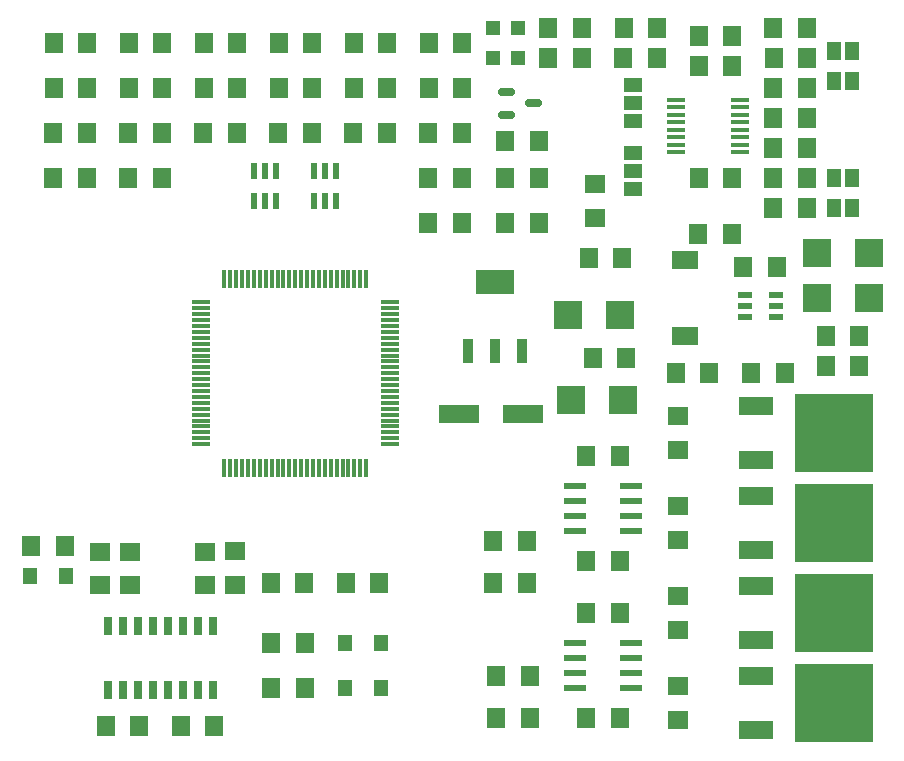
<source format=gbr>
G04 EAGLE Gerber X2 export*
%TF.Part,Single*%
%TF.FileFunction,Paste,Top*%
%TF.FilePolarity,Positive*%
%TF.GenerationSoftware,Autodesk,EAGLE,8.7.1*%
%TF.CreationDate,2018-04-19T12:08:15Z*%
G75*
%MOMM*%
%FSLAX34Y34*%
%LPD*%
%AMOC8*
5,1,8,0,0,1.08239X$1,22.5*%
G01*
%ADD10R,1.600000X1.800000*%
%ADD11R,1.800000X1.600000*%
%ADD12R,1.200000X1.400000*%
%ADD13R,1.500000X0.350000*%
%ADD14R,0.350000X1.500000*%
%ADD15R,1.981200X0.558800*%
%ADD16R,1.600000X1.803000*%
%ADD17R,1.803000X1.600000*%
%ADD18R,0.635000X1.524000*%
%ADD19R,3.000000X1.600000*%
%ADD20R,6.700000X6.700000*%
%ADD21R,0.558800X1.320800*%
%ADD22C,0.650000*%
%ADD23R,1.500000X0.450000*%
%ADD24R,1.168400X1.600200*%
%ADD25R,1.600200X1.168400*%
%ADD26R,1.200000X1.200000*%
%ADD27R,1.200000X0.550000*%
%ADD28R,2.200000X1.600000*%
%ADD29R,2.400000X2.400000*%
%ADD30R,0.950000X2.150000*%
%ADD31R,3.250000X2.150000*%
%ADD32R,3.500000X1.600000*%


D10*
X367000Y609600D03*
X395000Y609600D03*
X240000Y571500D03*
X268000Y571500D03*
X303500Y609600D03*
X331500Y609600D03*
X303500Y571500D03*
X331500Y571500D03*
X121950Y31750D03*
X93950Y31750D03*
X325150Y152400D03*
X297150Y152400D03*
X233650Y152400D03*
X261650Y152400D03*
D11*
X177800Y179100D03*
X177800Y151100D03*
X88900Y151100D03*
X88900Y179100D03*
X114300Y151100D03*
X114300Y179100D03*
D10*
X367000Y571500D03*
X395000Y571500D03*
X185450Y31750D03*
X157450Y31750D03*
X176500Y609600D03*
X204500Y609600D03*
X176500Y571500D03*
X204500Y571500D03*
X49500Y609600D03*
X77500Y609600D03*
X49500Y571500D03*
X77500Y571500D03*
X113000Y609600D03*
X141000Y609600D03*
X113000Y571500D03*
X141000Y571500D03*
X240000Y609600D03*
X268000Y609600D03*
D12*
X326150Y101600D03*
X296150Y101600D03*
X326150Y63500D03*
X296150Y63500D03*
D13*
X174000Y390200D03*
X174000Y385200D03*
X174000Y380200D03*
X174000Y375200D03*
X174000Y370200D03*
X174000Y365200D03*
X174000Y360200D03*
X174000Y355200D03*
X174000Y350200D03*
X174000Y345200D03*
X174000Y340200D03*
X174000Y335200D03*
X174000Y330200D03*
X174000Y325200D03*
X174000Y320200D03*
X174000Y315200D03*
X174000Y310200D03*
X174000Y305200D03*
X174000Y300200D03*
X174000Y295200D03*
X174000Y290200D03*
X174000Y285200D03*
X174000Y280200D03*
X174000Y275200D03*
X174000Y270200D03*
D14*
X194000Y250200D03*
X199000Y250200D03*
X204000Y250200D03*
X209000Y250200D03*
X214000Y250200D03*
X219000Y250200D03*
X224000Y250200D03*
X229000Y250200D03*
X234000Y250200D03*
X239000Y250200D03*
X244000Y250200D03*
X249000Y250200D03*
X254000Y250200D03*
X259000Y250200D03*
X264000Y250200D03*
X269000Y250200D03*
X274000Y250200D03*
X279000Y250200D03*
X284000Y250200D03*
X289000Y250200D03*
X294000Y250200D03*
X299000Y250200D03*
X304000Y250200D03*
X309000Y250200D03*
X314000Y250200D03*
D13*
X334000Y270200D03*
X334000Y275200D03*
X334000Y280200D03*
X334000Y285200D03*
X334000Y290200D03*
X334000Y295200D03*
X334000Y300200D03*
X334000Y305200D03*
X334000Y310200D03*
X334000Y315200D03*
X334000Y320200D03*
X334000Y325200D03*
X334000Y330200D03*
X334000Y335200D03*
X334000Y340200D03*
X334000Y345200D03*
X334000Y350200D03*
X334000Y355200D03*
X334000Y360200D03*
X334000Y365200D03*
X334000Y370200D03*
X334000Y375200D03*
X334000Y380200D03*
X334000Y385200D03*
X334000Y390200D03*
D14*
X314000Y410200D03*
X309000Y410200D03*
X304000Y410200D03*
X299000Y410200D03*
X294000Y410200D03*
X289000Y410200D03*
X284000Y410200D03*
X279000Y410200D03*
X274000Y410200D03*
X269000Y410200D03*
X264000Y410200D03*
X259000Y410200D03*
X254000Y410200D03*
X249000Y410200D03*
X244000Y410200D03*
X239000Y410200D03*
X234000Y410200D03*
X229000Y410200D03*
X224000Y410200D03*
X219000Y410200D03*
X214000Y410200D03*
X209000Y410200D03*
X204000Y410200D03*
X199000Y410200D03*
X194000Y410200D03*
D15*
X490728Y234950D03*
X490728Y222250D03*
X490728Y209550D03*
X490728Y196850D03*
X537972Y196850D03*
X537972Y209550D03*
X537972Y222250D03*
X537972Y234950D03*
X490728Y101600D03*
X490728Y88900D03*
X490728Y76200D03*
X490728Y63500D03*
X537972Y63500D03*
X537972Y76200D03*
X537972Y88900D03*
X537972Y101600D03*
D16*
X233430Y63500D03*
X261870Y63500D03*
X449830Y187960D03*
X421390Y187960D03*
X528570Y260350D03*
X500130Y260350D03*
X500130Y171450D03*
X528570Y171450D03*
X449830Y152400D03*
X421390Y152400D03*
X452370Y73660D03*
X423930Y73660D03*
X528570Y127000D03*
X500130Y127000D03*
X500130Y38100D03*
X528570Y38100D03*
X452370Y38100D03*
X423930Y38100D03*
D17*
X203200Y179320D03*
X203200Y150880D03*
D16*
X395220Y533400D03*
X366780Y533400D03*
X204720Y533400D03*
X176280Y533400D03*
X77720Y533400D03*
X49280Y533400D03*
X141220Y533400D03*
X112780Y533400D03*
X268220Y533400D03*
X239780Y533400D03*
X331720Y533400D03*
X303280Y533400D03*
X112780Y495300D03*
X141220Y495300D03*
X77720Y495300D03*
X49280Y495300D03*
X395220Y495300D03*
X366780Y495300D03*
X366780Y457200D03*
X395220Y457200D03*
X233430Y101600D03*
X261870Y101600D03*
D18*
X171450Y115850D03*
X146050Y61950D03*
X184150Y115850D03*
X158750Y115850D03*
X146050Y115850D03*
X158750Y61950D03*
X133350Y61950D03*
X120650Y61950D03*
X120650Y115850D03*
X95250Y61950D03*
X133350Y115850D03*
X107950Y115850D03*
X107950Y61950D03*
X95250Y115850D03*
X171450Y61950D03*
X184150Y61950D03*
D19*
X643750Y73800D03*
X643750Y27800D03*
D20*
X710250Y50800D03*
D17*
X577850Y65020D03*
X577850Y36580D03*
D19*
X643750Y150000D03*
X643750Y104000D03*
D20*
X710250Y127000D03*
D17*
X577850Y141220D03*
X577850Y112780D03*
D19*
X643750Y226200D03*
X643750Y180200D03*
D20*
X710250Y203200D03*
D17*
X577850Y217420D03*
X577850Y188980D03*
D19*
X643750Y302400D03*
X643750Y256400D03*
D20*
X710250Y279400D03*
D17*
X577850Y293620D03*
X577850Y265180D03*
D21*
X270002Y476250D03*
X279400Y476250D03*
X288798Y476250D03*
X288798Y501650D03*
X279400Y501650D03*
X270002Y501650D03*
X219202Y476250D03*
X228600Y476250D03*
X237998Y476250D03*
X237998Y501650D03*
X228600Y501650D03*
X219202Y501650D03*
D22*
X429250Y568300D02*
X436750Y568300D01*
X436750Y549300D02*
X429250Y549300D01*
X452250Y558800D02*
X459750Y558800D01*
D16*
X431800Y495300D03*
X460240Y495300D03*
X431800Y457200D03*
X460240Y457200D03*
X431800Y527050D03*
X460240Y527050D03*
D23*
X576350Y561975D03*
X576350Y555625D03*
X576350Y549275D03*
X576350Y542925D03*
X576350Y536575D03*
X576350Y530225D03*
X576350Y523875D03*
X576350Y517525D03*
X630150Y517525D03*
X630150Y523875D03*
X630150Y530225D03*
X630150Y536575D03*
X630150Y542925D03*
X630150Y549275D03*
X630150Y555625D03*
X630150Y561975D03*
D10*
X623600Y590550D03*
X595600Y590550D03*
X560100Y622300D03*
X532100Y622300D03*
X623600Y615950D03*
X595600Y615950D03*
X595600Y495300D03*
X623600Y495300D03*
X659100Y596900D03*
X687100Y596900D03*
D24*
X725170Y495300D03*
X709930Y495300D03*
X725170Y577850D03*
X709930Y577850D03*
X725170Y469900D03*
X709930Y469900D03*
X725170Y603250D03*
X709930Y603250D03*
D25*
X539750Y543560D03*
X539750Y558800D03*
X539750Y574040D03*
X539750Y486410D03*
X539750Y501650D03*
X539750Y516890D03*
D26*
X442300Y622300D03*
X421300Y622300D03*
X442300Y596900D03*
X421300Y596900D03*
D16*
X687320Y520700D03*
X658880Y520700D03*
X687320Y495300D03*
X658880Y495300D03*
X687320Y571500D03*
X658880Y571500D03*
X687320Y546100D03*
X658880Y546100D03*
X496820Y622300D03*
X468380Y622300D03*
X496820Y596900D03*
X468380Y596900D03*
X687320Y469900D03*
X658880Y469900D03*
X687320Y622300D03*
X658880Y622300D03*
X560320Y596900D03*
X531880Y596900D03*
D17*
X508000Y462030D03*
X508000Y490470D03*
D27*
X660700Y377850D03*
X660700Y387350D03*
X660700Y396850D03*
X634700Y396850D03*
X634700Y387350D03*
X634700Y377850D03*
D28*
X584200Y425700D03*
X584200Y361700D03*
D29*
X695550Y431800D03*
X739550Y431800D03*
X739550Y393700D03*
X695550Y393700D03*
D10*
X731550Y361950D03*
X703550Y361950D03*
X731042Y336042D03*
X703042Y336042D03*
X530890Y427990D03*
X502890Y427990D03*
D16*
X661920Y420370D03*
X633480Y420370D03*
X595380Y448310D03*
X623820Y448310D03*
X668270Y330200D03*
X639830Y330200D03*
D10*
X576550Y330200D03*
X604550Y330200D03*
D30*
X399910Y349460D03*
X422910Y349460D03*
X445910Y349460D03*
D31*
X422910Y407460D03*
D10*
X505938Y342900D03*
X533938Y342900D03*
D29*
X487270Y307340D03*
X531270Y307340D03*
X484730Y379730D03*
X528730Y379730D03*
D32*
X446608Y295910D03*
X392608Y295910D03*
D12*
X59450Y158750D03*
X29450Y158750D03*
D16*
X58670Y184150D03*
X30230Y184150D03*
M02*

</source>
